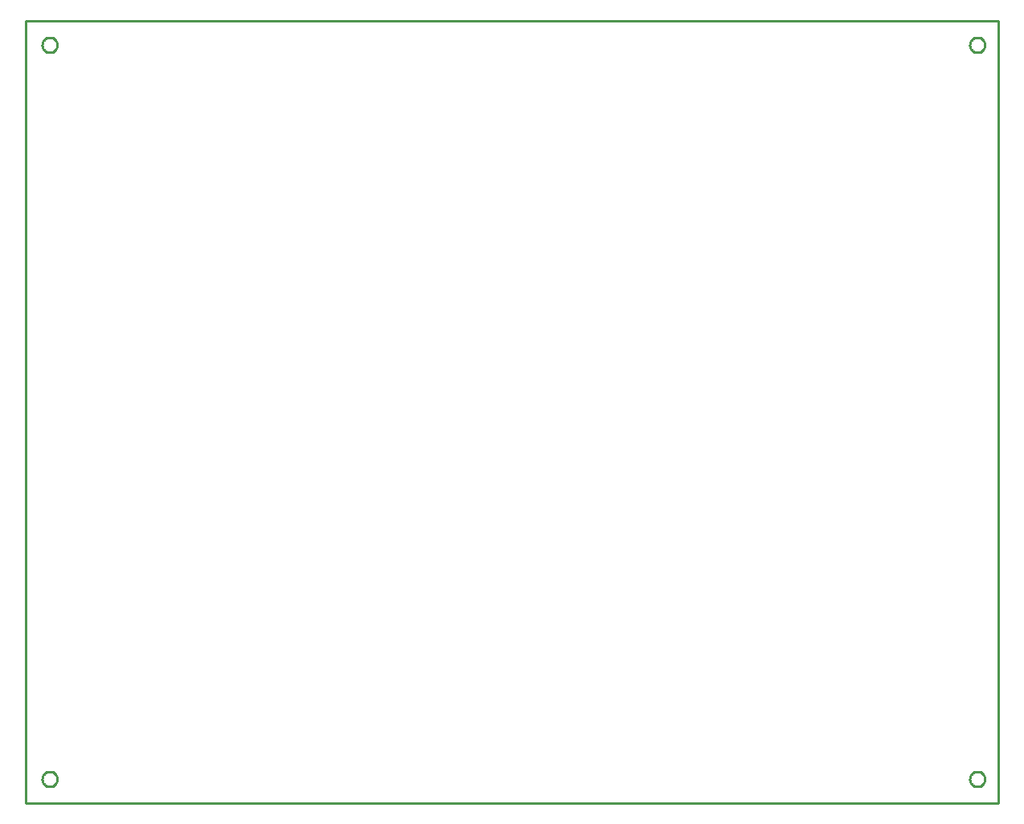
<source format=gbr>
G04 EAGLE Gerber RS-274X export*
G75*
%MOMM*%
%FSLAX34Y34*%
%LPD*%
%IN*%
%IPPOS*%
%AMOC8*
5,1,8,0,0,1.08239X$1,22.5*%
G01*
%ADD10C,0.254000*%


D10*
X-25400Y-12700D02*
X1000000Y-12700D01*
X1000000Y812700D01*
X-25400Y812700D01*
X-25400Y-12700D01*
X8000Y787007D02*
X7923Y786225D01*
X7770Y785454D01*
X7541Y784702D01*
X7241Y783975D01*
X6870Y783282D01*
X6433Y782629D01*
X5935Y782021D01*
X5379Y781465D01*
X4771Y780967D01*
X4118Y780530D01*
X3425Y780159D01*
X2698Y779859D01*
X1946Y779630D01*
X1175Y779477D01*
X393Y779400D01*
X-393Y779400D01*
X-1175Y779477D01*
X-1946Y779630D01*
X-2698Y779859D01*
X-3425Y780159D01*
X-4118Y780530D01*
X-4771Y780967D01*
X-5379Y781465D01*
X-5935Y782021D01*
X-6433Y782629D01*
X-6870Y783282D01*
X-7241Y783975D01*
X-7541Y784702D01*
X-7770Y785454D01*
X-7923Y786225D01*
X-8000Y787007D01*
X-8000Y787793D01*
X-7923Y788575D01*
X-7770Y789346D01*
X-7541Y790098D01*
X-7241Y790825D01*
X-6870Y791518D01*
X-6433Y792171D01*
X-5935Y792779D01*
X-5379Y793335D01*
X-4771Y793833D01*
X-4118Y794270D01*
X-3425Y794641D01*
X-2698Y794941D01*
X-1946Y795170D01*
X-1175Y795323D01*
X-393Y795400D01*
X393Y795400D01*
X1175Y795323D01*
X1946Y795170D01*
X2698Y794941D01*
X3425Y794641D01*
X4118Y794270D01*
X4771Y793833D01*
X5379Y793335D01*
X5935Y792779D01*
X6433Y792171D01*
X6870Y791518D01*
X7241Y790825D01*
X7541Y790098D01*
X7770Y789346D01*
X7923Y788575D01*
X8000Y787793D01*
X8000Y787007D01*
X8000Y12307D02*
X7923Y11525D01*
X7770Y10754D01*
X7541Y10002D01*
X7241Y9275D01*
X6870Y8582D01*
X6433Y7929D01*
X5935Y7321D01*
X5379Y6765D01*
X4771Y6267D01*
X4118Y5830D01*
X3425Y5459D01*
X2698Y5159D01*
X1946Y4930D01*
X1175Y4777D01*
X393Y4700D01*
X-393Y4700D01*
X-1175Y4777D01*
X-1946Y4930D01*
X-2698Y5159D01*
X-3425Y5459D01*
X-4118Y5830D01*
X-4771Y6267D01*
X-5379Y6765D01*
X-5935Y7321D01*
X-6433Y7929D01*
X-6870Y8582D01*
X-7241Y9275D01*
X-7541Y10002D01*
X-7770Y10754D01*
X-7923Y11525D01*
X-8000Y12307D01*
X-8000Y13093D01*
X-7923Y13875D01*
X-7770Y14646D01*
X-7541Y15398D01*
X-7241Y16125D01*
X-6870Y16818D01*
X-6433Y17471D01*
X-5935Y18079D01*
X-5379Y18635D01*
X-4771Y19133D01*
X-4118Y19570D01*
X-3425Y19941D01*
X-2698Y20241D01*
X-1946Y20470D01*
X-1175Y20623D01*
X-393Y20700D01*
X393Y20700D01*
X1175Y20623D01*
X1946Y20470D01*
X2698Y20241D01*
X3425Y19941D01*
X4118Y19570D01*
X4771Y19133D01*
X5379Y18635D01*
X5935Y18079D01*
X6433Y17471D01*
X6870Y16818D01*
X7241Y16125D01*
X7541Y15398D01*
X7770Y14646D01*
X7923Y13875D01*
X8000Y13093D01*
X8000Y12307D01*
X985900Y12307D02*
X985823Y11525D01*
X985670Y10754D01*
X985441Y10002D01*
X985141Y9275D01*
X984770Y8582D01*
X984333Y7929D01*
X983835Y7321D01*
X983279Y6765D01*
X982671Y6267D01*
X982018Y5830D01*
X981325Y5459D01*
X980598Y5159D01*
X979846Y4930D01*
X979075Y4777D01*
X978293Y4700D01*
X977507Y4700D01*
X976725Y4777D01*
X975954Y4930D01*
X975202Y5159D01*
X974475Y5459D01*
X973782Y5830D01*
X973129Y6267D01*
X972521Y6765D01*
X971965Y7321D01*
X971467Y7929D01*
X971030Y8582D01*
X970659Y9275D01*
X970359Y10002D01*
X970130Y10754D01*
X969977Y11525D01*
X969900Y12307D01*
X969900Y13093D01*
X969977Y13875D01*
X970130Y14646D01*
X970359Y15398D01*
X970659Y16125D01*
X971030Y16818D01*
X971467Y17471D01*
X971965Y18079D01*
X972521Y18635D01*
X973129Y19133D01*
X973782Y19570D01*
X974475Y19941D01*
X975202Y20241D01*
X975954Y20470D01*
X976725Y20623D01*
X977507Y20700D01*
X978293Y20700D01*
X979075Y20623D01*
X979846Y20470D01*
X980598Y20241D01*
X981325Y19941D01*
X982018Y19570D01*
X982671Y19133D01*
X983279Y18635D01*
X983835Y18079D01*
X984333Y17471D01*
X984770Y16818D01*
X985141Y16125D01*
X985441Y15398D01*
X985670Y14646D01*
X985823Y13875D01*
X985900Y13093D01*
X985900Y12307D01*
X985900Y787007D02*
X985823Y786225D01*
X985670Y785454D01*
X985441Y784702D01*
X985141Y783975D01*
X984770Y783282D01*
X984333Y782629D01*
X983835Y782021D01*
X983279Y781465D01*
X982671Y780967D01*
X982018Y780530D01*
X981325Y780159D01*
X980598Y779859D01*
X979846Y779630D01*
X979075Y779477D01*
X978293Y779400D01*
X977507Y779400D01*
X976725Y779477D01*
X975954Y779630D01*
X975202Y779859D01*
X974475Y780159D01*
X973782Y780530D01*
X973129Y780967D01*
X972521Y781465D01*
X971965Y782021D01*
X971467Y782629D01*
X971030Y783282D01*
X970659Y783975D01*
X970359Y784702D01*
X970130Y785454D01*
X969977Y786225D01*
X969900Y787007D01*
X969900Y787793D01*
X969977Y788575D01*
X970130Y789346D01*
X970359Y790098D01*
X970659Y790825D01*
X971030Y791518D01*
X971467Y792171D01*
X971965Y792779D01*
X972521Y793335D01*
X973129Y793833D01*
X973782Y794270D01*
X974475Y794641D01*
X975202Y794941D01*
X975954Y795170D01*
X976725Y795323D01*
X977507Y795400D01*
X978293Y795400D01*
X979075Y795323D01*
X979846Y795170D01*
X980598Y794941D01*
X981325Y794641D01*
X982018Y794270D01*
X982671Y793833D01*
X983279Y793335D01*
X983835Y792779D01*
X984333Y792171D01*
X984770Y791518D01*
X985141Y790825D01*
X985441Y790098D01*
X985670Y789346D01*
X985823Y788575D01*
X985900Y787793D01*
X985900Y787007D01*
M02*

</source>
